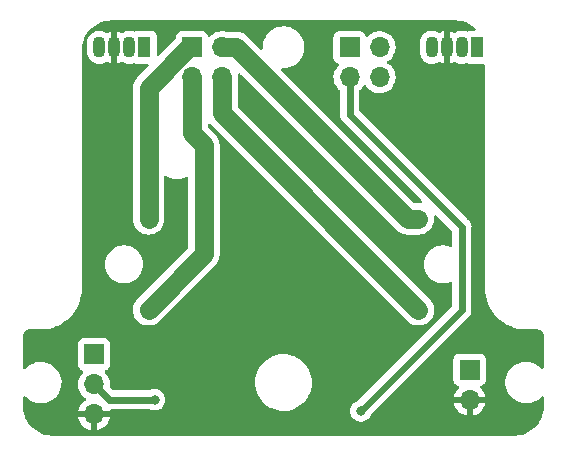
<source format=gbr>
%TF.GenerationSoftware,KiCad,Pcbnew,(6.0.9)*%
%TF.CreationDate,2023-01-27T21:07:44-09:00*%
%TF.ProjectId,GAUGE_Analog Instruments,47415547-455f-4416-9e61-6c6f6720496e,rev?*%
%TF.SameCoordinates,Original*%
%TF.FileFunction,Copper,L1,Top*%
%TF.FilePolarity,Positive*%
%FSLAX46Y46*%
G04 Gerber Fmt 4.6, Leading zero omitted, Abs format (unit mm)*
G04 Created by KiCad (PCBNEW (6.0.9)) date 2023-01-27 21:07:44*
%MOMM*%
%LPD*%
G01*
G04 APERTURE LIST*
%TA.AperFunction,ComponentPad*%
%ADD10R,1.070000X1.800000*%
%TD*%
%TA.AperFunction,ComponentPad*%
%ADD11O,1.070000X1.800000*%
%TD*%
%TA.AperFunction,ComponentPad*%
%ADD12O,1.700000X1.700000*%
%TD*%
%TA.AperFunction,ComponentPad*%
%ADD13R,1.700000X1.700000*%
%TD*%
%TA.AperFunction,ComponentPad*%
%ADD14C,1.524000*%
%TD*%
%TA.AperFunction,ViaPad*%
%ADD15C,0.800000*%
%TD*%
%TA.AperFunction,Conductor*%
%ADD16C,0.609600*%
%TD*%
%TA.AperFunction,Conductor*%
%ADD17C,1.625600*%
%TD*%
G04 APERTURE END LIST*
D10*
%TO.P,D2,1*%
%TO.N,Net-(D1-Pad4)*%
X196325515Y-78484574D03*
D11*
%TO.P,D2,2*%
%TO.N,+5V*%
X195055515Y-78484574D03*
%TO.P,D2,3*%
%TO.N,GND*%
X193785515Y-78484574D03*
%TO.P,D2,4*%
%TO.N,/LED_DOUT*%
X192515515Y-78484574D03*
%TD*%
D10*
%TO.P,D1,1*%
%TO.N,/LED_DIN*%
X168170016Y-78484574D03*
D11*
%TO.P,D1,2*%
%TO.N,+5V*%
X166900016Y-78484574D03*
%TO.P,D1,3*%
%TO.N,GND*%
X165630016Y-78484574D03*
%TO.P,D1,4*%
%TO.N,Net-(D1-Pad4)*%
X164360016Y-78484574D03*
%TD*%
D12*
%TO.P,J3,4*%
%TO.N,/COIL3*%
X174735515Y-81024574D03*
%TO.P,J3,3*%
%TO.N,/COIL2*%
X172195515Y-81024574D03*
%TO.P,J3,2*%
%TO.N,/COIL4*%
X174735515Y-78484574D03*
D13*
%TO.P,J3,1*%
%TO.N,/COIL1*%
X172195515Y-78484574D03*
%TD*%
D12*
%TO.P,J2,4*%
%TO.N,Net-(J2-Pad4)*%
X188070515Y-81024574D03*
%TO.P,J2,3*%
%TO.N,/ZERO_DETECT*%
X185530515Y-81024574D03*
%TO.P,J2,2*%
%TO.N,/LED_DOUT*%
X188070515Y-78484574D03*
D13*
%TO.P,J2,1*%
%TO.N,/LED_DIN*%
X185530515Y-78484574D03*
%TD*%
D12*
%TO.P,J1,2*%
%TO.N,GND*%
X195690515Y-108329574D03*
D13*
%TO.P,J1,1*%
%TO.N,+5V*%
X195690515Y-105789574D03*
%TD*%
D14*
%TO.P,M1,4*%
%TO.N,/COIL4*%
X191362766Y-93017952D03*
%TO.P,M1,3*%
%TO.N,/COIL3*%
X191362766Y-100717952D03*
%TO.P,M1,2*%
%TO.N,/COIL2*%
X168512766Y-100717952D03*
%TO.P,M1,1*%
%TO.N,/COIL1*%
X168512766Y-93017952D03*
%TD*%
D12*
%TO.P,J4,3*%
%TO.N,GND*%
X163897766Y-109567952D03*
%TO.P,J4,2*%
%TO.N,/ZERO_DETECT*%
X163897766Y-107027952D03*
D13*
%TO.P,J4,1*%
%TO.N,+5V*%
X163897766Y-104487952D03*
%TD*%
D15*
%TO.N,/ZERO_DETECT*%
X186492336Y-109272753D03*
X169020515Y-108329574D03*
%TD*%
D16*
%TO.N,/ZERO_DETECT*%
X185530515Y-81024574D02*
X185530515Y-84199574D01*
X195042567Y-93711626D02*
X195042567Y-100722522D01*
X185530515Y-84199574D02*
X195042567Y-93711626D01*
X186492336Y-109272753D02*
X186492336Y-109272753D01*
X195042567Y-100722522D02*
X186492336Y-109272753D01*
X186492336Y-109272753D02*
X186492336Y-109272753D01*
X163897766Y-107027952D02*
X165199388Y-108329574D01*
X165199388Y-108329574D02*
X169020515Y-108329574D01*
D17*
%TO.N,/COIL2*%
X173200567Y-96030151D02*
X168512766Y-100717952D01*
X173200567Y-86781807D02*
X173200567Y-96030151D01*
X172195515Y-85776755D02*
X173200567Y-86781807D01*
X172195515Y-81024574D02*
X172195515Y-85776755D01*
%TO.N,/COIL1*%
X168512766Y-81950377D02*
X168512766Y-93017952D01*
X171978569Y-78484574D02*
X168512766Y-81950377D01*
X172195515Y-78484574D02*
X171978569Y-78484574D01*
%TO.N,/COIL4*%
X190470974Y-93017952D02*
X191362766Y-93017952D01*
X175937596Y-78484574D02*
X190470974Y-93017952D01*
X174735515Y-78484574D02*
X175937596Y-78484574D01*
%TO.N,/COIL3*%
X174735515Y-84090701D02*
X191362766Y-100717952D01*
X174735515Y-81024574D02*
X174735515Y-84090701D01*
%TD*%
%TA.AperFunction,Conductor*%
%TO.N,GND*%
G36*
X194485533Y-76215452D02*
G01*
X194500365Y-76217762D01*
X194500368Y-76217762D01*
X194509236Y-76219143D01*
X194526435Y-76216894D01*
X194550376Y-76216061D01*
X194808222Y-76231659D01*
X194823326Y-76233493D01*
X195055043Y-76275957D01*
X195104276Y-76284979D01*
X195119042Y-76288619D01*
X195391746Y-76373597D01*
X195405964Y-76378989D01*
X195666436Y-76496218D01*
X195679889Y-76503279D01*
X195924339Y-76651054D01*
X195936852Y-76659691D01*
X196161690Y-76835839D01*
X196173079Y-76845929D01*
X196188129Y-76860979D01*
X196222155Y-76923291D01*
X196217090Y-76994106D01*
X196174543Y-77050942D01*
X196108023Y-77075753D01*
X196099034Y-77076074D01*
X195742381Y-77076074D01*
X195680199Y-77082829D01*
X195663634Y-77089039D01*
X195552212Y-77130809D01*
X195552211Y-77130810D01*
X195543810Y-77133959D01*
X195539048Y-77137528D01*
X195471177Y-77152373D01*
X195442765Y-77147049D01*
X195390295Y-77130807D01*
X195266355Y-77092441D01*
X195260233Y-77091798D01*
X195260230Y-77091797D01*
X195068964Y-77071695D01*
X195068962Y-77071695D01*
X195062835Y-77071051D01*
X195003587Y-77076443D01*
X194865176Y-77089039D01*
X194865173Y-77089040D01*
X194859037Y-77089598D01*
X194853131Y-77091336D01*
X194853127Y-77091337D01*
X194784701Y-77111476D01*
X194662722Y-77147376D01*
X194657264Y-77150229D01*
X194657260Y-77150231D01*
X194481368Y-77242186D01*
X194480635Y-77240785D01*
X194420073Y-77259117D01*
X194359095Y-77243956D01*
X194197075Y-77156351D01*
X194185760Y-77151595D01*
X194056823Y-77111682D01*
X194042720Y-77111476D01*
X194039515Y-77118231D01*
X194039515Y-77851686D01*
X194033616Y-77889787D01*
X194031741Y-77895696D01*
X194031740Y-77895703D01*
X194029879Y-77901568D01*
X194012015Y-78060830D01*
X194012015Y-78901069D01*
X194026935Y-79053238D01*
X194028717Y-79059140D01*
X194034137Y-79077092D01*
X194039515Y-79113510D01*
X194039515Y-79843985D01*
X194043488Y-79857516D01*
X194051283Y-79858636D01*
X194172201Y-79823048D01*
X194183585Y-79818449D01*
X194359387Y-79726542D01*
X194360231Y-79728157D01*
X194419975Y-79710071D01*
X194480954Y-79725231D01*
X194649186Y-79816193D01*
X194844675Y-79876707D01*
X194850797Y-79877350D01*
X194850800Y-79877351D01*
X195042066Y-79897453D01*
X195042068Y-79897453D01*
X195048195Y-79898097D01*
X195146265Y-79889172D01*
X195245854Y-79880109D01*
X195245857Y-79880108D01*
X195251993Y-79879550D01*
X195257899Y-79877812D01*
X195257903Y-79877811D01*
X195416128Y-79831243D01*
X195446015Y-79822447D01*
X195517011Y-79822402D01*
X195538799Y-79831434D01*
X195543810Y-79835189D01*
X195552211Y-79838338D01*
X195552214Y-79838340D01*
X195622266Y-79864601D01*
X195680199Y-79886319D01*
X195742381Y-79893074D01*
X196881015Y-79893074D01*
X196949136Y-79913076D01*
X196995629Y-79966732D01*
X197007015Y-80019074D01*
X197007015Y-98814700D01*
X197005268Y-98835607D01*
X197001939Y-98855392D01*
X197001786Y-98867944D01*
X197002476Y-98872761D01*
X197002476Y-98872765D01*
X197002524Y-98873099D01*
X197003643Y-98884771D01*
X197019574Y-99209161D01*
X197019726Y-99212252D01*
X197020179Y-99215307D01*
X197020180Y-99215316D01*
X197057099Y-99464224D01*
X197070303Y-99553244D01*
X197071056Y-99556252D01*
X197071057Y-99556255D01*
X197153307Y-99884632D01*
X197154060Y-99887638D01*
X197270190Y-100212211D01*
X197271512Y-100215006D01*
X197271514Y-100215011D01*
X197415820Y-100520127D01*
X197417575Y-100523838D01*
X197594795Y-100819518D01*
X197596641Y-100822007D01*
X197783580Y-101074069D01*
X197800144Y-101096404D01*
X198031644Y-101351828D01*
X198287066Y-101583331D01*
X198289545Y-101585170D01*
X198289548Y-101585172D01*
X198303753Y-101595707D01*
X198563949Y-101788684D01*
X198859628Y-101965907D01*
X198862407Y-101967221D01*
X198862410Y-101967223D01*
X199168462Y-102111976D01*
X199168471Y-102111980D01*
X199171254Y-102113296D01*
X199333540Y-102171363D01*
X199492918Y-102228389D01*
X199492927Y-102228392D01*
X199495826Y-102229429D01*
X199498816Y-102230178D01*
X199498826Y-102230181D01*
X199799943Y-102305606D01*
X199830218Y-102313189D01*
X200171210Y-102363770D01*
X200174294Y-102363921D01*
X200174299Y-102363922D01*
X200483283Y-102379100D01*
X200497998Y-102380693D01*
X200498159Y-102380720D01*
X200498166Y-102380721D01*
X200502966Y-102381528D01*
X200509432Y-102381607D01*
X200510658Y-102381622D01*
X200510661Y-102381622D01*
X200515518Y-102381681D01*
X200543148Y-102377724D01*
X200561010Y-102376451D01*
X201441901Y-102376451D01*
X201461279Y-102377950D01*
X201471007Y-102379464D01*
X201485000Y-102381642D01*
X201494021Y-102380462D01*
X201524464Y-102380189D01*
X201586551Y-102387181D01*
X201614047Y-102393455D01*
X201691160Y-102420433D01*
X201716571Y-102432670D01*
X201731203Y-102441862D01*
X201785737Y-102476124D01*
X201807794Y-102493712D01*
X201865556Y-102551468D01*
X201883144Y-102573521D01*
X201926606Y-102642682D01*
X201938850Y-102668104D01*
X201965830Y-102745199D01*
X201972109Y-102772703D01*
X201978324Y-102827831D01*
X201977981Y-102843843D01*
X201979050Y-102843856D01*
X201978941Y-102852825D01*
X201977559Y-102861700D01*
X201980362Y-102883125D01*
X201981686Y-102893247D01*
X201982750Y-102909591D01*
X201982750Y-105567659D01*
X201962748Y-105635780D01*
X201909092Y-105682273D01*
X201838818Y-105692377D01*
X201774238Y-105662883D01*
X201762747Y-105651561D01*
X201716232Y-105599445D01*
X201515280Y-105432314D01*
X201439099Y-105386086D01*
X201295828Y-105299147D01*
X201295824Y-105299145D01*
X201291831Y-105296722D01*
X201050795Y-105195648D01*
X200797467Y-105131310D01*
X200792816Y-105130842D01*
X200792812Y-105130841D01*
X200583521Y-105109767D01*
X200580383Y-105109451D01*
X200424896Y-105109451D01*
X200422571Y-105109624D01*
X200422565Y-105109624D01*
X200235250Y-105123544D01*
X200235246Y-105123545D01*
X200230598Y-105123890D01*
X200226050Y-105124919D01*
X200226044Y-105124920D01*
X200039649Y-105167098D01*
X199975673Y-105181574D01*
X199971321Y-105183266D01*
X199971319Y-105183267D01*
X199736426Y-105274611D01*
X199736423Y-105274612D01*
X199732073Y-105276304D01*
X199505152Y-105406000D01*
X199299893Y-105567813D01*
X199120807Y-105758188D01*
X198971826Y-105972942D01*
X198969760Y-105977132D01*
X198969758Y-105977135D01*
X198874604Y-106170090D01*
X198856225Y-106207358D01*
X198854803Y-106211801D01*
X198854802Y-106211803D01*
X198808027Y-106357928D01*
X198776543Y-106456286D01*
X198734529Y-106714258D01*
X198731108Y-106975606D01*
X198766354Y-107234589D01*
X198767662Y-107239075D01*
X198767662Y-107239077D01*
X198787348Y-107306615D01*
X198839493Y-107485518D01*
X198948918Y-107722879D01*
X198951481Y-107726788D01*
X199089660Y-107937547D01*
X199089664Y-107937552D01*
X199092226Y-107941460D01*
X199266268Y-108136457D01*
X199467220Y-108303588D01*
X199471223Y-108306017D01*
X199686672Y-108436755D01*
X199686676Y-108436757D01*
X199690669Y-108439180D01*
X199931705Y-108540254D01*
X200185033Y-108604592D01*
X200189684Y-108605060D01*
X200189688Y-108605061D01*
X200362720Y-108622484D01*
X200402117Y-108626451D01*
X200557604Y-108626451D01*
X200559929Y-108626278D01*
X200559935Y-108626278D01*
X200747250Y-108612358D01*
X200747254Y-108612357D01*
X200751902Y-108612012D01*
X200756450Y-108610983D01*
X200756456Y-108610982D01*
X200942851Y-108568804D01*
X201006827Y-108554328D01*
X201011181Y-108552635D01*
X201246074Y-108461291D01*
X201246077Y-108461290D01*
X201250427Y-108459598D01*
X201477348Y-108329902D01*
X201682607Y-108168089D01*
X201764975Y-108080529D01*
X201826219Y-108044617D01*
X201897157Y-108047517D01*
X201955265Y-108088308D01*
X201982096Y-108154039D01*
X201982750Y-108166862D01*
X201982750Y-108818583D01*
X201981249Y-108837970D01*
X201977559Y-108861666D01*
X201978723Y-108870569D01*
X201978723Y-108870571D01*
X201979807Y-108878863D01*
X201980640Y-108902806D01*
X201965039Y-109160650D01*
X201963205Y-109175753D01*
X201911716Y-109456703D01*
X201908074Y-109471477D01*
X201823100Y-109744158D01*
X201817705Y-109758384D01*
X201700477Y-110018848D01*
X201693406Y-110032320D01*
X201545644Y-110276746D01*
X201537002Y-110289266D01*
X201360850Y-110514107D01*
X201350760Y-110525496D01*
X201148794Y-110727461D01*
X201137406Y-110737550D01*
X200912566Y-110913701D01*
X200900045Y-110922344D01*
X200655613Y-111070111D01*
X200642147Y-111077178D01*
X200381682Y-111194406D01*
X200367457Y-111199801D01*
X200094770Y-111284776D01*
X200080010Y-111288415D01*
X199957135Y-111310934D01*
X199799053Y-111339906D01*
X199783948Y-111341740D01*
X199533330Y-111356903D01*
X199506543Y-111355643D01*
X199506389Y-111355641D01*
X199497517Y-111354260D01*
X199465960Y-111358387D01*
X199449621Y-111359451D01*
X160433650Y-111359451D01*
X160414264Y-111357951D01*
X160399432Y-111355641D01*
X160399429Y-111355641D01*
X160390560Y-111354260D01*
X160381659Y-111355424D01*
X160381653Y-111355424D01*
X160373367Y-111356508D01*
X160349421Y-111357342D01*
X160091573Y-111341743D01*
X160076470Y-111339909D01*
X159843227Y-111297165D01*
X159795522Y-111288423D01*
X159780755Y-111284783D01*
X159508051Y-111199805D01*
X159493833Y-111194413D01*
X159233361Y-111077184D01*
X159219908Y-111070123D01*
X158975458Y-110922348D01*
X158962945Y-110913711D01*
X158943604Y-110898558D01*
X158738107Y-110737563D01*
X158726718Y-110727474D01*
X158524743Y-110525501D01*
X158514654Y-110514112D01*
X158338508Y-110289282D01*
X158329864Y-110276760D01*
X158182097Y-110032326D01*
X158175026Y-110018854D01*
X158092691Y-109835918D01*
X162566023Y-109835918D01*
X162596331Y-109970398D01*
X162599411Y-109980227D01*
X162679536Y-110177555D01*
X162684179Y-110186746D01*
X162795460Y-110368340D01*
X162801543Y-110376651D01*
X162940979Y-110537619D01*
X162948346Y-110544835D01*
X163112200Y-110680868D01*
X163120647Y-110686783D01*
X163304522Y-110794231D01*
X163313808Y-110798681D01*
X163512767Y-110874655D01*
X163522665Y-110877531D01*
X163626016Y-110898558D01*
X163640065Y-110897362D01*
X163643766Y-110887017D01*
X163643766Y-110886469D01*
X164151766Y-110886469D01*
X164155830Y-110900311D01*
X164169244Y-110902345D01*
X164175950Y-110901486D01*
X164186028Y-110899344D01*
X164390021Y-110838143D01*
X164399608Y-110834385D01*
X164590861Y-110740691D01*
X164599711Y-110735416D01*
X164773094Y-110611744D01*
X164780966Y-110605091D01*
X164931818Y-110454764D01*
X164938496Y-110446917D01*
X165062769Y-110273972D01*
X165068079Y-110265135D01*
X165162436Y-110074219D01*
X165166235Y-110064624D01*
X165228143Y-109860862D01*
X165230321Y-109850789D01*
X165231752Y-109839914D01*
X165229541Y-109825730D01*
X165216383Y-109821952D01*
X164169881Y-109821952D01*
X164154642Y-109826427D01*
X164153437Y-109827817D01*
X164151766Y-109835500D01*
X164151766Y-110886469D01*
X163643766Y-110886469D01*
X163643766Y-109840067D01*
X163639291Y-109824828D01*
X163637901Y-109823623D01*
X163630218Y-109821952D01*
X162580991Y-109821952D01*
X162567460Y-109825925D01*
X162566023Y-109835918D01*
X158092691Y-109835918D01*
X158057797Y-109758390D01*
X158052402Y-109744164D01*
X157967426Y-109471481D01*
X157963784Y-109456708D01*
X157912294Y-109175756D01*
X157910460Y-109160652D01*
X157895305Y-108910186D01*
X157896575Y-108883195D01*
X157896590Y-108883096D01*
X157896590Y-108883094D01*
X157897972Y-108874218D01*
X157893845Y-108842661D01*
X157892781Y-108826322D01*
X157892781Y-108168243D01*
X157912783Y-108100122D01*
X157966439Y-108053629D01*
X158036713Y-108043525D01*
X158101293Y-108073019D01*
X158112780Y-108084337D01*
X158159299Y-108136457D01*
X158360251Y-108303588D01*
X158364254Y-108306017D01*
X158579703Y-108436755D01*
X158579707Y-108436757D01*
X158583700Y-108439180D01*
X158824736Y-108540254D01*
X159078064Y-108604592D01*
X159082715Y-108605060D01*
X159082719Y-108605061D01*
X159255751Y-108622484D01*
X159295148Y-108626451D01*
X159450635Y-108626451D01*
X159452960Y-108626278D01*
X159452966Y-108626278D01*
X159640281Y-108612358D01*
X159640285Y-108612357D01*
X159644933Y-108612012D01*
X159649481Y-108610983D01*
X159649487Y-108610982D01*
X159835882Y-108568804D01*
X159899858Y-108554328D01*
X159904212Y-108552635D01*
X160139105Y-108461291D01*
X160139108Y-108461290D01*
X160143458Y-108459598D01*
X160370379Y-108329902D01*
X160575638Y-108168089D01*
X160754724Y-107977714D01*
X160903705Y-107762960D01*
X160925565Y-107718633D01*
X161017241Y-107532732D01*
X161017242Y-107532729D01*
X161019306Y-107528544D01*
X161026721Y-107505381D01*
X161097561Y-107284074D01*
X161098988Y-107279616D01*
X161141002Y-107021644D01*
X161141355Y-106994647D01*
X162535017Y-106994647D01*
X162535314Y-106999800D01*
X162535314Y-106999803D01*
X162540777Y-107094542D01*
X162547876Y-107217667D01*
X162549013Y-107222713D01*
X162549014Y-107222719D01*
X162569327Y-107312852D01*
X162596988Y-107435591D01*
X162681032Y-107642568D01*
X162797753Y-107833040D01*
X162944016Y-108001890D01*
X163115892Y-108144584D01*
X163156116Y-108168089D01*
X163189721Y-108187726D01*
X163238445Y-108239364D01*
X163251516Y-108309147D01*
X163224785Y-108374919D01*
X163184328Y-108408279D01*
X163176223Y-108412498D01*
X163167504Y-108417988D01*
X162997199Y-108545857D01*
X162989492Y-108552700D01*
X162842356Y-108706669D01*
X162835870Y-108714679D01*
X162715864Y-108890601D01*
X162710766Y-108899575D01*
X162621104Y-109092735D01*
X162617541Y-109102422D01*
X162562155Y-109302135D01*
X162563678Y-109310559D01*
X162576058Y-109313952D01*
X165216110Y-109313952D01*
X165229641Y-109309979D01*
X165230946Y-109300899D01*
X165230613Y-109299573D01*
X165233415Y-109228632D01*
X165274126Y-109170467D01*
X165339820Y-109143546D01*
X165352816Y-109142874D01*
X168586802Y-109142874D01*
X168638051Y-109153767D01*
X168687433Y-109175753D01*
X168738227Y-109198368D01*
X168822995Y-109216386D01*
X168918571Y-109236702D01*
X168918576Y-109236702D01*
X168925028Y-109238074D01*
X169116002Y-109238074D01*
X169122454Y-109236702D01*
X169122459Y-109236702D01*
X169218035Y-109216386D01*
X169302803Y-109198368D01*
X169353591Y-109175756D01*
X169471237Y-109123377D01*
X169471239Y-109123376D01*
X169477267Y-109120692D01*
X169495773Y-109107247D01*
X169538027Y-109076547D01*
X169631768Y-109008440D01*
X169647539Y-108990925D01*
X169755136Y-108871426D01*
X169755137Y-108871425D01*
X169759555Y-108866518D01*
X169837854Y-108730901D01*
X169851738Y-108706853D01*
X169851739Y-108706852D01*
X169855042Y-108701130D01*
X169914057Y-108519502D01*
X169918320Y-108478948D01*
X169933329Y-108336139D01*
X169934019Y-108329574D01*
X169922247Y-108217571D01*
X169914747Y-108146209D01*
X169914747Y-108146207D01*
X169914057Y-108139646D01*
X169855042Y-107958018D01*
X169759555Y-107792630D01*
X169736300Y-107766802D01*
X169636190Y-107655619D01*
X169636189Y-107655618D01*
X169631768Y-107650708D01*
X169530786Y-107577340D01*
X169482609Y-107542337D01*
X169482608Y-107542336D01*
X169477267Y-107538456D01*
X169471239Y-107535772D01*
X169471237Y-107535771D01*
X169308834Y-107463465D01*
X169308833Y-107463465D01*
X169302803Y-107460780D01*
X169184299Y-107435591D01*
X169122459Y-107422446D01*
X169122454Y-107422446D01*
X169116002Y-107421074D01*
X168925028Y-107421074D01*
X168918576Y-107422446D01*
X168918571Y-107422446D01*
X168856731Y-107435591D01*
X168738227Y-107460780D01*
X168732197Y-107463465D01*
X168732196Y-107463465D01*
X168638051Y-107505381D01*
X168586802Y-107516274D01*
X165588458Y-107516274D01*
X165520337Y-107496272D01*
X165499363Y-107479369D01*
X165286392Y-107266398D01*
X165252366Y-107204086D01*
X165250565Y-107160857D01*
X165258858Y-107097863D01*
X165258858Y-107097859D01*
X165259295Y-107094542D01*
X165259377Y-107091192D01*
X165260840Y-107031317D01*
X165260840Y-107031313D01*
X165260922Y-107027952D01*
X165242618Y-106805313D01*
X165232966Y-106766887D01*
X177526424Y-106766887D01*
X177526511Y-106770888D01*
X177526511Y-106770895D01*
X177530834Y-106969017D01*
X177533127Y-107074102D01*
X177578813Y-107377976D01*
X177579908Y-107381834D01*
X177579909Y-107381837D01*
X177620299Y-107524099D01*
X177662739Y-107673581D01*
X177783547Y-107956126D01*
X177939276Y-108221031D01*
X178127404Y-108464001D01*
X178344879Y-108681097D01*
X178348060Y-108683551D01*
X178348061Y-108683552D01*
X178577808Y-108860800D01*
X178588177Y-108868800D01*
X178591656Y-108870837D01*
X178833296Y-109012323D01*
X178853353Y-109024067D01*
X178857038Y-109025635D01*
X178857042Y-109025637D01*
X178944066Y-109062666D01*
X179136109Y-109144381D01*
X179431860Y-109227792D01*
X179653326Y-109260693D01*
X179732514Y-109272457D01*
X179732516Y-109272457D01*
X179735813Y-109272947D01*
X179739144Y-109273087D01*
X179739148Y-109273087D01*
X179776101Y-109274635D01*
X179819443Y-109276452D01*
X180015506Y-109276452D01*
X180139410Y-109268548D01*
X180240423Y-109262105D01*
X180240428Y-109262104D01*
X180244431Y-109261849D01*
X180248368Y-109261087D01*
X180248370Y-109261087D01*
X180303961Y-109250331D01*
X180546125Y-109203478D01*
X180549940Y-109202220D01*
X180549944Y-109202219D01*
X180834134Y-109108508D01*
X180834139Y-109108506D01*
X180837957Y-109107247D01*
X181115195Y-108974714D01*
X181118560Y-108972541D01*
X181118564Y-108972539D01*
X181369980Y-108810202D01*
X181369986Y-108810197D01*
X181373346Y-108808028D01*
X181608225Y-108609891D01*
X181697221Y-108512939D01*
X181813309Y-108386473D01*
X181813311Y-108386471D01*
X181816024Y-108383515D01*
X181993374Y-108132571D01*
X182137400Y-107861125D01*
X182146514Y-107836942D01*
X182244351Y-107577340D01*
X182244353Y-107577334D01*
X182245768Y-107573579D01*
X182264575Y-107494331D01*
X182315792Y-107278510D01*
X182315793Y-107278505D01*
X182316721Y-107274594D01*
X182349108Y-106969017D01*
X182347120Y-106877871D01*
X182342493Y-106665818D01*
X182342492Y-106665812D01*
X182342405Y-106661802D01*
X182296719Y-106357928D01*
X182294569Y-106350353D01*
X182213887Y-106066176D01*
X182213887Y-106066175D01*
X182212793Y-106062323D01*
X182091985Y-105779778D01*
X181936256Y-105514873D01*
X181748128Y-105271903D01*
X181530653Y-105054807D01*
X181287355Y-104867104D01*
X181106468Y-104761190D01*
X181025643Y-104713865D01*
X181025640Y-104713863D01*
X181022179Y-104711837D01*
X181018494Y-104710269D01*
X181018490Y-104710267D01*
X180823730Y-104627396D01*
X180739423Y-104591523D01*
X180443672Y-104508112D01*
X180212700Y-104473799D01*
X180143018Y-104463447D01*
X180143016Y-104463447D01*
X180139719Y-104462957D01*
X180136388Y-104462817D01*
X180136384Y-104462817D01*
X180099431Y-104461269D01*
X180056089Y-104459452D01*
X179860026Y-104459452D01*
X179736122Y-104467356D01*
X179635109Y-104473799D01*
X179635104Y-104473800D01*
X179631101Y-104474055D01*
X179627164Y-104474817D01*
X179627162Y-104474817D01*
X179571571Y-104485573D01*
X179329407Y-104532426D01*
X179325592Y-104533684D01*
X179325588Y-104533685D01*
X179041398Y-104627396D01*
X179041393Y-104627398D01*
X179037575Y-104628657D01*
X178760337Y-104761190D01*
X178756972Y-104763363D01*
X178756968Y-104763365D01*
X178505552Y-104925702D01*
X178505546Y-104925707D01*
X178502186Y-104927876D01*
X178267307Y-105126013D01*
X178059508Y-105352389D01*
X177882158Y-105603333D01*
X177738132Y-105874779D01*
X177736717Y-105878535D01*
X177736716Y-105878536D01*
X177679256Y-106031003D01*
X177629764Y-106162325D01*
X177628835Y-106166240D01*
X177585143Y-106350353D01*
X177558811Y-106461310D01*
X177526424Y-106766887D01*
X165232966Y-106766887D01*
X165188197Y-106588654D01*
X165099120Y-106383792D01*
X165015725Y-106254883D01*
X164980588Y-106200569D01*
X164980586Y-106200566D01*
X164977780Y-106196229D01*
X164974298Y-106192402D01*
X164830564Y-106034440D01*
X164799512Y-105970594D01*
X164807907Y-105900095D01*
X164853083Y-105845327D01*
X164879527Y-105831658D01*
X164986063Y-105791719D01*
X164994471Y-105788567D01*
X165111027Y-105701213D01*
X165198381Y-105584657D01*
X165249511Y-105448268D01*
X165256266Y-105386086D01*
X165256266Y-103589818D01*
X165249511Y-103527636D01*
X165198381Y-103391247D01*
X165111027Y-103274691D01*
X164994471Y-103187337D01*
X164858082Y-103136207D01*
X164795900Y-103129452D01*
X162999632Y-103129452D01*
X162937450Y-103136207D01*
X162801061Y-103187337D01*
X162684505Y-103274691D01*
X162597151Y-103391247D01*
X162546021Y-103527636D01*
X162539266Y-103589818D01*
X162539266Y-105386086D01*
X162546021Y-105448268D01*
X162597151Y-105584657D01*
X162684505Y-105701213D01*
X162801061Y-105788567D01*
X162809470Y-105791719D01*
X162809471Y-105791720D01*
X162918217Y-105832487D01*
X162974982Y-105875128D01*
X162999682Y-105941690D01*
X162984475Y-106011039D01*
X162965082Y-106037520D01*
X162849410Y-106158564D01*
X162838395Y-106170090D01*
X162712509Y-106354632D01*
X162696769Y-106388542D01*
X162642273Y-106505944D01*
X162618454Y-106557257D01*
X162558755Y-106772522D01*
X162535017Y-106994647D01*
X161141355Y-106994647D01*
X161143834Y-106805313D01*
X161144362Y-106764973D01*
X161144362Y-106764970D01*
X161144423Y-106760296D01*
X161109177Y-106501313D01*
X161094754Y-106451828D01*
X161037349Y-106254883D01*
X161036038Y-106250384D01*
X160926613Y-106013023D01*
X160852574Y-105900095D01*
X160785871Y-105798355D01*
X160785867Y-105798350D01*
X160783305Y-105794442D01*
X160609263Y-105599445D01*
X160408311Y-105432314D01*
X160332130Y-105386086D01*
X160188859Y-105299147D01*
X160188855Y-105299145D01*
X160184862Y-105296722D01*
X159943826Y-105195648D01*
X159690498Y-105131310D01*
X159685847Y-105130842D01*
X159685843Y-105130841D01*
X159476552Y-105109767D01*
X159473414Y-105109451D01*
X159317927Y-105109451D01*
X159315602Y-105109624D01*
X159315596Y-105109624D01*
X159128281Y-105123544D01*
X159128277Y-105123545D01*
X159123629Y-105123890D01*
X159119081Y-105124919D01*
X159119075Y-105124920D01*
X158932680Y-105167098D01*
X158868704Y-105181574D01*
X158864352Y-105183266D01*
X158864350Y-105183267D01*
X158629457Y-105274611D01*
X158629454Y-105274612D01*
X158625104Y-105276304D01*
X158398183Y-105406000D01*
X158192924Y-105567813D01*
X158144440Y-105619354D01*
X158110556Y-105655373D01*
X158049312Y-105691285D01*
X157978374Y-105688385D01*
X157920266Y-105647594D01*
X157893435Y-105581863D01*
X157892781Y-105569040D01*
X157892781Y-102917334D01*
X157894282Y-102897943D01*
X157896590Y-102883125D01*
X157897972Y-102874252D01*
X157896793Y-102865231D01*
X157896522Y-102834789D01*
X157903519Y-102772714D01*
X157909798Y-102745209D01*
X157936774Y-102668124D01*
X157949016Y-102642705D01*
X157992467Y-102573556D01*
X158010059Y-102551497D01*
X158010092Y-102551464D01*
X158067811Y-102493748D01*
X158089868Y-102476159D01*
X158159019Y-102432710D01*
X158184435Y-102420470D01*
X158261520Y-102393495D01*
X158289028Y-102387215D01*
X158308775Y-102384990D01*
X158344748Y-102380937D01*
X158360393Y-102380154D01*
X158369145Y-102380261D01*
X158378015Y-102381642D01*
X158386915Y-102380478D01*
X158386919Y-102380478D01*
X158409571Y-102377515D01*
X158425911Y-102376451D01*
X159306769Y-102376451D01*
X159327674Y-102378197D01*
X159347467Y-102381527D01*
X159353820Y-102381604D01*
X159355161Y-102381621D01*
X159355164Y-102381621D01*
X159360019Y-102381680D01*
X159364825Y-102380992D01*
X159365908Y-102380921D01*
X159375809Y-102379970D01*
X159563244Y-102370761D01*
X159701243Y-102363981D01*
X159701250Y-102363980D01*
X159704330Y-102363829D01*
X159707377Y-102363377D01*
X159707387Y-102363376D01*
X160042274Y-102313698D01*
X160042279Y-102313697D01*
X160045326Y-102313245D01*
X160073751Y-102306125D01*
X160376720Y-102230233D01*
X160376725Y-102230231D01*
X160379721Y-102229481D01*
X160382630Y-102228440D01*
X160382637Y-102228438D01*
X160528302Y-102176317D01*
X160704296Y-102113343D01*
X160808530Y-102064043D01*
X161013134Y-101967271D01*
X161013141Y-101967268D01*
X161015924Y-101965951D01*
X161311604Y-101788723D01*
X161588490Y-101583367D01*
X161843913Y-101351860D01*
X161910411Y-101278490D01*
X162019023Y-101158652D01*
X162075415Y-101096432D01*
X162077251Y-101093956D01*
X162077257Y-101093949D01*
X162278925Y-100822023D01*
X162280765Y-100819542D01*
X162457986Y-100523858D01*
X162605372Y-100212226D01*
X162721503Y-99887649D01*
X162737335Y-99824443D01*
X162804507Y-99556258D01*
X162804508Y-99556255D01*
X162805260Y-99553252D01*
X162805717Y-99550171D01*
X162855384Y-99215307D01*
X162855385Y-99215297D01*
X162855836Y-99212256D01*
X162871163Y-98900174D01*
X162872757Y-98885451D01*
X162873591Y-98880496D01*
X162873744Y-98867944D01*
X162872848Y-98861684D01*
X162869789Y-98840330D01*
X162868516Y-98822466D01*
X162868516Y-96867952D01*
X164824292Y-96867952D01*
X164844157Y-97120355D01*
X164903261Y-97366543D01*
X165000150Y-97600454D01*
X165132438Y-97816328D01*
X165296868Y-98008850D01*
X165489390Y-98173280D01*
X165705264Y-98305568D01*
X165709834Y-98307461D01*
X165709838Y-98307463D01*
X165820482Y-98353293D01*
X165939175Y-98402457D01*
X166023798Y-98422773D01*
X166180550Y-98460406D01*
X166180556Y-98460407D01*
X166185363Y-98461561D01*
X166285182Y-98469417D01*
X166372111Y-98476259D01*
X166372118Y-98476259D01*
X166374567Y-98476452D01*
X166500965Y-98476452D01*
X166503414Y-98476259D01*
X166503421Y-98476259D01*
X166590350Y-98469417D01*
X166690169Y-98461561D01*
X166694976Y-98460407D01*
X166694982Y-98460406D01*
X166851734Y-98422773D01*
X166936357Y-98402457D01*
X167055050Y-98353293D01*
X167165694Y-98307463D01*
X167165698Y-98307461D01*
X167170268Y-98305568D01*
X167386142Y-98173280D01*
X167578664Y-98008850D01*
X167743094Y-97816328D01*
X167875382Y-97600454D01*
X167972271Y-97366543D01*
X168031375Y-97120355D01*
X168051240Y-96867952D01*
X168031375Y-96615549D01*
X168026551Y-96595452D01*
X167973426Y-96374173D01*
X167972271Y-96369361D01*
X167948132Y-96311084D01*
X167877277Y-96140024D01*
X167877275Y-96140020D01*
X167875382Y-96135450D01*
X167743094Y-95919576D01*
X167578664Y-95727054D01*
X167386142Y-95562624D01*
X167170268Y-95430336D01*
X167165698Y-95428443D01*
X167165694Y-95428441D01*
X166940930Y-95335341D01*
X166940928Y-95335340D01*
X166936357Y-95333447D01*
X166851734Y-95313131D01*
X166694982Y-95275498D01*
X166694976Y-95275497D01*
X166690169Y-95274343D01*
X166586730Y-95266202D01*
X166503421Y-95259645D01*
X166503414Y-95259645D01*
X166500965Y-95259452D01*
X166374567Y-95259452D01*
X166372118Y-95259645D01*
X166372111Y-95259645D01*
X166288802Y-95266202D01*
X166185363Y-95274343D01*
X166180556Y-95275497D01*
X166180550Y-95275498D01*
X166023798Y-95313131D01*
X165939175Y-95333447D01*
X165934604Y-95335340D01*
X165934602Y-95335341D01*
X165709838Y-95428441D01*
X165709834Y-95428443D01*
X165705264Y-95430336D01*
X165489390Y-95562624D01*
X165296868Y-95727054D01*
X165132438Y-95919576D01*
X165000150Y-96135450D01*
X164998257Y-96140020D01*
X164998255Y-96140024D01*
X164927400Y-96311084D01*
X164903261Y-96369361D01*
X164902106Y-96374173D01*
X164848982Y-96595452D01*
X164844157Y-96615549D01*
X164824292Y-96867952D01*
X162868516Y-96867952D01*
X162868516Y-78901069D01*
X163316516Y-78901069D01*
X163331436Y-79053238D01*
X163390584Y-79249145D01*
X163438620Y-79339488D01*
X163461601Y-79382708D01*
X163486657Y-79429832D01*
X163490547Y-79434602D01*
X163490550Y-79434606D01*
X163612101Y-79583642D01*
X163612104Y-79583645D01*
X163615996Y-79588417D01*
X163620744Y-79592344D01*
X163620745Y-79592346D01*
X163627460Y-79597901D01*
X163773675Y-79718861D01*
X163953687Y-79816193D01*
X164149176Y-79876707D01*
X164155298Y-79877350D01*
X164155301Y-79877351D01*
X164346567Y-79897453D01*
X164346569Y-79897453D01*
X164352696Y-79898097D01*
X164450766Y-79889172D01*
X164550355Y-79880109D01*
X164550358Y-79880108D01*
X164556494Y-79879550D01*
X164562400Y-79877812D01*
X164562404Y-79877811D01*
X164715335Y-79832801D01*
X164752809Y-79821772D01*
X164758267Y-79818919D01*
X164758271Y-79818917D01*
X164934163Y-79726962D01*
X164934896Y-79728363D01*
X164995458Y-79710031D01*
X165056436Y-79725192D01*
X165218456Y-79812797D01*
X165229771Y-79817553D01*
X165358708Y-79857466D01*
X165372811Y-79857672D01*
X165376016Y-79850917D01*
X165376016Y-79117462D01*
X165381915Y-79079361D01*
X165383790Y-79073452D01*
X165383791Y-79073445D01*
X165385652Y-79067580D01*
X165403516Y-78908318D01*
X165403516Y-78901069D01*
X165856516Y-78901069D01*
X165871436Y-79053238D01*
X165873218Y-79059140D01*
X165878638Y-79077092D01*
X165884016Y-79113510D01*
X165884016Y-79843985D01*
X165887989Y-79857516D01*
X165895784Y-79858636D01*
X166016702Y-79823048D01*
X166028086Y-79818449D01*
X166203888Y-79726542D01*
X166204732Y-79728157D01*
X166264476Y-79710071D01*
X166325455Y-79725231D01*
X166493687Y-79816193D01*
X166689176Y-79876707D01*
X166695298Y-79877350D01*
X166695301Y-79877351D01*
X166886567Y-79897453D01*
X166886569Y-79897453D01*
X166892696Y-79898097D01*
X166990766Y-79889172D01*
X167090355Y-79880109D01*
X167090358Y-79880108D01*
X167096494Y-79879550D01*
X167102400Y-79877812D01*
X167102404Y-79877811D01*
X167260629Y-79831243D01*
X167290516Y-79822447D01*
X167361512Y-79822402D01*
X167383300Y-79831434D01*
X167388311Y-79835189D01*
X167396712Y-79838338D01*
X167396715Y-79838340D01*
X167466767Y-79864601D01*
X167524700Y-79886319D01*
X167586882Y-79893074D01*
X168397278Y-79893074D01*
X168465399Y-79913076D01*
X168511892Y-79966732D01*
X168521996Y-80037006D01*
X168492502Y-80101586D01*
X168486373Y-80108169D01*
X167537674Y-81056868D01*
X167537669Y-81056874D01*
X167496725Y-81097818D01*
X167493568Y-81102327D01*
X167493566Y-81102329D01*
X167466662Y-81140752D01*
X167459972Y-81149470D01*
X167426286Y-81189616D01*
X167400075Y-81235014D01*
X167394181Y-81244266D01*
X167364116Y-81287204D01*
X167361791Y-81292189D01*
X167361788Y-81292195D01*
X167341965Y-81334707D01*
X167336892Y-81344451D01*
X167310688Y-81389839D01*
X167308811Y-81394997D01*
X167308807Y-81395005D01*
X167292762Y-81439091D01*
X167288556Y-81449244D01*
X167266408Y-81496740D01*
X167264985Y-81502052D01*
X167252842Y-81547370D01*
X167249540Y-81557843D01*
X167231614Y-81607093D01*
X167230659Y-81612506D01*
X167230659Y-81612508D01*
X167222514Y-81658699D01*
X167220135Y-81669429D01*
X167215639Y-81686210D01*
X167206569Y-81720059D01*
X167203711Y-81752730D01*
X167202002Y-81772268D01*
X167200566Y-81783170D01*
X167192422Y-81829351D01*
X167192421Y-81829362D01*
X167191466Y-81834778D01*
X167191466Y-93075640D01*
X167206569Y-93248270D01*
X167266408Y-93471589D01*
X167293786Y-93530301D01*
X167343058Y-93635965D01*
X167364116Y-93681125D01*
X167496725Y-93870511D01*
X167660207Y-94033993D01*
X167664715Y-94037150D01*
X167664718Y-94037152D01*
X167760804Y-94104432D01*
X167849592Y-94166602D01*
X167854574Y-94168925D01*
X167854579Y-94168928D01*
X167907972Y-94193825D01*
X168059129Y-94264310D01*
X168109765Y-94277878D01*
X168277134Y-94322725D01*
X168282448Y-94324149D01*
X168512766Y-94344299D01*
X168743084Y-94324149D01*
X168748399Y-94322725D01*
X168915767Y-94277878D01*
X168966403Y-94264310D01*
X169117559Y-94193825D01*
X169170958Y-94168925D01*
X169170961Y-94168923D01*
X169175939Y-94166602D01*
X169365325Y-94033993D01*
X169528807Y-93870511D01*
X169661416Y-93681125D01*
X169682475Y-93635965D01*
X169731746Y-93530301D01*
X169759124Y-93471589D01*
X169818963Y-93248270D01*
X169834066Y-93075640D01*
X169834066Y-89479086D01*
X169854068Y-89410965D01*
X169907724Y-89364472D01*
X169977998Y-89354368D01*
X170025431Y-89371367D01*
X170133188Y-89436756D01*
X170133192Y-89436758D01*
X170137185Y-89439181D01*
X170378221Y-89540255D01*
X170631549Y-89604593D01*
X170636200Y-89605061D01*
X170636204Y-89605062D01*
X170829074Y-89624483D01*
X170848633Y-89626452D01*
X171004120Y-89626452D01*
X171006445Y-89626279D01*
X171006451Y-89626279D01*
X171193766Y-89612359D01*
X171193770Y-89612358D01*
X171198418Y-89612013D01*
X171202966Y-89610984D01*
X171202972Y-89610983D01*
X171389367Y-89568805D01*
X171453343Y-89554329D01*
X171489535Y-89540255D01*
X171692590Y-89461292D01*
X171692593Y-89461291D01*
X171696943Y-89459599D01*
X171699478Y-89458150D01*
X171769120Y-89446950D01*
X171834183Y-89475364D01*
X171873555Y-89534443D01*
X171879267Y-89571949D01*
X171879267Y-95430661D01*
X171859265Y-95498782D01*
X171842362Y-95519756D01*
X167537674Y-99824443D01*
X167426286Y-99957191D01*
X167423540Y-99961947D01*
X167423536Y-99961953D01*
X167386653Y-100025837D01*
X167310688Y-100157414D01*
X167308807Y-100162582D01*
X167290744Y-100212211D01*
X167231614Y-100374668D01*
X167191466Y-100602353D01*
X167191466Y-100833551D01*
X167231613Y-101061235D01*
X167233495Y-101066405D01*
X167233495Y-101066406D01*
X167244424Y-101096432D01*
X167310688Y-101278490D01*
X167313438Y-101283253D01*
X167423536Y-101473951D01*
X167423540Y-101473957D01*
X167426286Y-101478713D01*
X167574897Y-101655821D01*
X167752005Y-101804432D01*
X167756761Y-101807178D01*
X167756767Y-101807182D01*
X167878617Y-101877531D01*
X167952228Y-101920030D01*
X167957396Y-101921911D01*
X168082022Y-101967271D01*
X168169482Y-101999104D01*
X168397167Y-102039252D01*
X168628365Y-102039252D01*
X168856050Y-101999104D01*
X168943511Y-101967271D01*
X169068136Y-101921911D01*
X169073304Y-101920030D01*
X169146915Y-101877531D01*
X169268765Y-101807182D01*
X169268771Y-101807178D01*
X169273527Y-101804432D01*
X169406275Y-101693044D01*
X174175659Y-96923659D01*
X174216608Y-96882710D01*
X174219758Y-96878212D01*
X174219765Y-96878203D01*
X174246669Y-96839778D01*
X174253363Y-96831054D01*
X174283508Y-96795130D01*
X174283510Y-96795127D01*
X174287047Y-96790912D01*
X174313258Y-96745514D01*
X174319156Y-96736255D01*
X174346060Y-96697832D01*
X174349217Y-96693324D01*
X174351542Y-96688339D01*
X174351545Y-96688333D01*
X174371368Y-96645821D01*
X174376444Y-96636070D01*
X174399895Y-96595452D01*
X174402645Y-96590689D01*
X174420574Y-96541432D01*
X174424777Y-96531285D01*
X174444599Y-96488777D01*
X174444600Y-96488773D01*
X174446925Y-96483788D01*
X174460490Y-96433162D01*
X174463791Y-96422693D01*
X174481720Y-96373435D01*
X174490822Y-96321815D01*
X174493201Y-96311084D01*
X174506764Y-96260469D01*
X174507244Y-96254985D01*
X174507245Y-96254978D01*
X174511333Y-96208258D01*
X174512767Y-96197361D01*
X174520911Y-96151172D01*
X174520911Y-96151171D01*
X174521867Y-96145750D01*
X174521867Y-86666208D01*
X174520912Y-86660792D01*
X174520911Y-86660781D01*
X174512767Y-86614600D01*
X174511331Y-86603698D01*
X174507243Y-86556969D01*
X174506764Y-86551489D01*
X174493198Y-86500859D01*
X174490819Y-86490129D01*
X174488694Y-86478080D01*
X174481719Y-86438523D01*
X174463794Y-86389275D01*
X174460493Y-86378806D01*
X174448349Y-86333482D01*
X174448347Y-86333475D01*
X174446925Y-86328170D01*
X174424777Y-86280673D01*
X174420571Y-86270519D01*
X174404526Y-86226436D01*
X174402645Y-86221268D01*
X174376439Y-86175878D01*
X174371364Y-86166129D01*
X174349217Y-86118634D01*
X174346062Y-86114128D01*
X174346059Y-86114123D01*
X174319155Y-86075699D01*
X174313250Y-86066431D01*
X174287047Y-86021046D01*
X174253361Y-85980900D01*
X174246671Y-85972182D01*
X174219767Y-85933759D01*
X174219765Y-85933757D01*
X174216608Y-85929248D01*
X174175664Y-85888304D01*
X174175659Y-85888298D01*
X173553720Y-85266359D01*
X173519694Y-85204047D01*
X173516815Y-85177264D01*
X173516815Y-85044791D01*
X173536817Y-84976670D01*
X173590473Y-84930177D01*
X173660747Y-84920073D01*
X173725327Y-84949567D01*
X173731910Y-84955696D01*
X173760418Y-84984204D01*
X173760423Y-84984210D01*
X190469257Y-101693044D01*
X190602005Y-101804432D01*
X190606761Y-101807178D01*
X190606767Y-101807182D01*
X190728617Y-101877531D01*
X190802228Y-101920030D01*
X190807396Y-101921911D01*
X190932022Y-101967271D01*
X191019482Y-101999104D01*
X191247167Y-102039252D01*
X191478365Y-102039252D01*
X191706049Y-101999105D01*
X191711223Y-101997222D01*
X191918136Y-101921911D01*
X191923304Y-101920030D01*
X191996915Y-101877531D01*
X192118765Y-101807182D01*
X192118771Y-101807178D01*
X192123527Y-101804432D01*
X192300635Y-101655821D01*
X192449246Y-101478713D01*
X192451992Y-101473957D01*
X192451996Y-101473951D01*
X192562094Y-101283253D01*
X192564844Y-101278490D01*
X192594286Y-101197600D01*
X192642036Y-101066407D01*
X192642036Y-101066406D01*
X192643918Y-101061236D01*
X192684066Y-100833551D01*
X192684066Y-100602353D01*
X192643918Y-100374668D01*
X192584789Y-100212211D01*
X192566725Y-100162582D01*
X192564844Y-100157414D01*
X192488879Y-100025837D01*
X192451996Y-99961953D01*
X192451992Y-99961947D01*
X192449246Y-99957191D01*
X192337858Y-99824443D01*
X176093720Y-83580305D01*
X176059694Y-83517993D01*
X176056815Y-83491210D01*
X176056815Y-81367798D01*
X176062257Y-81331169D01*
X176066381Y-81317597D01*
X176066384Y-81317584D01*
X176067885Y-81312643D01*
X176097044Y-81091164D01*
X176098671Y-81024574D01*
X176081093Y-80810762D01*
X176095446Y-80741231D01*
X176145112Y-80690498D01*
X176214322Y-80674671D01*
X176281102Y-80698773D01*
X176295764Y-80711343D01*
X189577465Y-93993044D01*
X189577471Y-93993049D01*
X189618415Y-94033993D01*
X189622923Y-94037150D01*
X189622926Y-94037152D01*
X189661338Y-94064048D01*
X189670058Y-94070739D01*
X189705996Y-94100895D01*
X189706000Y-94100898D01*
X189710212Y-94104432D01*
X189714981Y-94107185D01*
X189714982Y-94107186D01*
X189755607Y-94130641D01*
X189764878Y-94136547D01*
X189803292Y-94163445D01*
X189807801Y-94166602D01*
X189812783Y-94168925D01*
X189812792Y-94168930D01*
X189855295Y-94188749D01*
X189865046Y-94193825D01*
X189905666Y-94217277D01*
X189905669Y-94217278D01*
X189910435Y-94220030D01*
X189915602Y-94221911D01*
X189915607Y-94221913D01*
X189959686Y-94237956D01*
X189969840Y-94242162D01*
X190017337Y-94264310D01*
X190022642Y-94265732D01*
X190022649Y-94265734D01*
X190067973Y-94277878D01*
X190078442Y-94281179D01*
X190127690Y-94299104D01*
X190167247Y-94306079D01*
X190179296Y-94308204D01*
X190190026Y-94310583D01*
X190225294Y-94320033D01*
X190240656Y-94324149D01*
X190292873Y-94328717D01*
X190303767Y-94330152D01*
X190349948Y-94338296D01*
X190349959Y-94338297D01*
X190355375Y-94339252D01*
X191420454Y-94339252D01*
X191423171Y-94339014D01*
X191423178Y-94339014D01*
X191513828Y-94331083D01*
X191593084Y-94324149D01*
X191598399Y-94322725D01*
X191765767Y-94277878D01*
X191816403Y-94264310D01*
X191967559Y-94193825D01*
X192020958Y-94168925D01*
X192020961Y-94168923D01*
X192025939Y-94166602D01*
X192215325Y-94033993D01*
X192378807Y-93870511D01*
X192381967Y-93865999D01*
X192508259Y-93685635D01*
X192508262Y-93685630D01*
X192511416Y-93681126D01*
X192513739Y-93676144D01*
X192513742Y-93676139D01*
X192600012Y-93491129D01*
X192609124Y-93471589D01*
X192668963Y-93248270D01*
X192689113Y-93017952D01*
X192670426Y-92804357D01*
X192684415Y-92734753D01*
X192733815Y-92683760D01*
X192802941Y-92667570D01*
X192869846Y-92691322D01*
X192885042Y-92704281D01*
X194192362Y-94011601D01*
X194226388Y-94073913D01*
X194229267Y-94100696D01*
X194229267Y-95266202D01*
X194209265Y-95334323D01*
X194155609Y-95380816D01*
X194085335Y-95390920D01*
X194055051Y-95382611D01*
X193936357Y-95333447D01*
X193851734Y-95313131D01*
X193694982Y-95275498D01*
X193694976Y-95275497D01*
X193690169Y-95274343D01*
X193586730Y-95266202D01*
X193503421Y-95259645D01*
X193503414Y-95259645D01*
X193500965Y-95259452D01*
X193374567Y-95259452D01*
X193372118Y-95259645D01*
X193372111Y-95259645D01*
X193288802Y-95266202D01*
X193185363Y-95274343D01*
X193180556Y-95275497D01*
X193180550Y-95275498D01*
X193023798Y-95313131D01*
X192939175Y-95333447D01*
X192934604Y-95335340D01*
X192934602Y-95335341D01*
X192709838Y-95428441D01*
X192709834Y-95428443D01*
X192705264Y-95430336D01*
X192489390Y-95562624D01*
X192296868Y-95727054D01*
X192132438Y-95919576D01*
X192000150Y-96135450D01*
X191998257Y-96140020D01*
X191998255Y-96140024D01*
X191927400Y-96311084D01*
X191903261Y-96369361D01*
X191902106Y-96374173D01*
X191848982Y-96595452D01*
X191844157Y-96615549D01*
X191824292Y-96867952D01*
X191844157Y-97120355D01*
X191903261Y-97366543D01*
X192000150Y-97600454D01*
X192132438Y-97816328D01*
X192296868Y-98008850D01*
X192489390Y-98173280D01*
X192705264Y-98305568D01*
X192709834Y-98307461D01*
X192709838Y-98307463D01*
X192820482Y-98353293D01*
X192939175Y-98402457D01*
X193023798Y-98422773D01*
X193180550Y-98460406D01*
X193180556Y-98460407D01*
X193185363Y-98461561D01*
X193285182Y-98469417D01*
X193372111Y-98476259D01*
X193372118Y-98476259D01*
X193374567Y-98476452D01*
X193500965Y-98476452D01*
X193503414Y-98476259D01*
X193503421Y-98476259D01*
X193590350Y-98469417D01*
X193690169Y-98461561D01*
X193694976Y-98460407D01*
X193694982Y-98460406D01*
X193851734Y-98422773D01*
X193936357Y-98402457D01*
X194055050Y-98353293D01*
X194125639Y-98345704D01*
X194189126Y-98377483D01*
X194225353Y-98438541D01*
X194229267Y-98469702D01*
X194229267Y-100333453D01*
X194209265Y-100401574D01*
X194192362Y-100422548D01*
X186228190Y-108386720D01*
X186190343Y-108412732D01*
X186041617Y-108478948D01*
X186041610Y-108478952D01*
X186035584Y-108481635D01*
X185881083Y-108593887D01*
X185876662Y-108598797D01*
X185876661Y-108598798D01*
X185772322Y-108714679D01*
X185753296Y-108735809D01*
X185749995Y-108741527D01*
X185663927Y-108890601D01*
X185657809Y-108901197D01*
X185598794Y-109082825D01*
X185598104Y-109089386D01*
X185598104Y-109089388D01*
X185583495Y-109228383D01*
X185578832Y-109272753D01*
X185579522Y-109279318D01*
X185597294Y-109448405D01*
X185598794Y-109462681D01*
X185657809Y-109644309D01*
X185661112Y-109650030D01*
X185661113Y-109650032D01*
X185695022Y-109708763D01*
X185753296Y-109809697D01*
X185881083Y-109951619D01*
X186035584Y-110063871D01*
X186041612Y-110066555D01*
X186041614Y-110066556D01*
X186204017Y-110138862D01*
X186210048Y-110141547D01*
X186303449Y-110161400D01*
X186390392Y-110179881D01*
X186390397Y-110179881D01*
X186396849Y-110181253D01*
X186587823Y-110181253D01*
X186594275Y-110179881D01*
X186594280Y-110179881D01*
X186681223Y-110161400D01*
X186774624Y-110141547D01*
X186780655Y-110138862D01*
X186943058Y-110066556D01*
X186943060Y-110066555D01*
X186949088Y-110063871D01*
X187103589Y-109951619D01*
X187231376Y-109809697D01*
X187326863Y-109644309D01*
X187341337Y-109599765D01*
X187344423Y-109590266D01*
X187375161Y-109540108D01*
X188317729Y-108597540D01*
X194358772Y-108597540D01*
X194389080Y-108732020D01*
X194392160Y-108741849D01*
X194472285Y-108939177D01*
X194476928Y-108948368D01*
X194588209Y-109129962D01*
X194594292Y-109138273D01*
X194733728Y-109299241D01*
X194741095Y-109306457D01*
X194904949Y-109442490D01*
X194913396Y-109448405D01*
X195097271Y-109555853D01*
X195106557Y-109560303D01*
X195305516Y-109636277D01*
X195315414Y-109639153D01*
X195418765Y-109660180D01*
X195432814Y-109658984D01*
X195436515Y-109648639D01*
X195436515Y-109648091D01*
X195944515Y-109648091D01*
X195948579Y-109661933D01*
X195961993Y-109663967D01*
X195968699Y-109663108D01*
X195978777Y-109660966D01*
X196182770Y-109599765D01*
X196192357Y-109596007D01*
X196383610Y-109502313D01*
X196392460Y-109497038D01*
X196565843Y-109373366D01*
X196573715Y-109366713D01*
X196724567Y-109216386D01*
X196731245Y-109208539D01*
X196855518Y-109035594D01*
X196860828Y-109026757D01*
X196955185Y-108835841D01*
X196958984Y-108826246D01*
X197020892Y-108622484D01*
X197023070Y-108612411D01*
X197024501Y-108601536D01*
X197022290Y-108587352D01*
X197009132Y-108583574D01*
X195962630Y-108583574D01*
X195947391Y-108588049D01*
X195946186Y-108589439D01*
X195944515Y-108597122D01*
X195944515Y-109648091D01*
X195436515Y-109648091D01*
X195436515Y-108601689D01*
X195432040Y-108586450D01*
X195430650Y-108585245D01*
X195422967Y-108583574D01*
X194373740Y-108583574D01*
X194360209Y-108587547D01*
X194358772Y-108597540D01*
X188317729Y-108597540D01*
X190227561Y-106687708D01*
X194332015Y-106687708D01*
X194338770Y-106749890D01*
X194389900Y-106886279D01*
X194477254Y-107002835D01*
X194593810Y-107090189D01*
X194602219Y-107093341D01*
X194602220Y-107093342D01*
X194711475Y-107134300D01*
X194768240Y-107176941D01*
X194792940Y-107243503D01*
X194777733Y-107312852D01*
X194758340Y-107339333D01*
X194635105Y-107468291D01*
X194628619Y-107476301D01*
X194508613Y-107652223D01*
X194503515Y-107661197D01*
X194413853Y-107854357D01*
X194410290Y-107864044D01*
X194354904Y-108063757D01*
X194356427Y-108072181D01*
X194368807Y-108075574D01*
X197008859Y-108075574D01*
X197022390Y-108071601D01*
X197023695Y-108062521D01*
X196981729Y-107895449D01*
X196978409Y-107885698D01*
X196893487Y-107690388D01*
X196888620Y-107681313D01*
X196772941Y-107502500D01*
X196766651Y-107494331D01*
X196622808Y-107336251D01*
X196591756Y-107272405D01*
X196600150Y-107201907D01*
X196645327Y-107147138D01*
X196671771Y-107133469D01*
X196778812Y-107093341D01*
X196787220Y-107090189D01*
X196903776Y-107002835D01*
X196991130Y-106886279D01*
X197042260Y-106749890D01*
X197049015Y-106687708D01*
X197049015Y-104891440D01*
X197042260Y-104829258D01*
X196991130Y-104692869D01*
X196903776Y-104576313D01*
X196787220Y-104488959D01*
X196650831Y-104437829D01*
X196588649Y-104431074D01*
X194792381Y-104431074D01*
X194730199Y-104437829D01*
X194593810Y-104488959D01*
X194477254Y-104576313D01*
X194389900Y-104692869D01*
X194338770Y-104829258D01*
X194332015Y-104891440D01*
X194332015Y-106687708D01*
X190227561Y-106687708D01*
X195611036Y-101304233D01*
X195611973Y-101303304D01*
X195671785Y-101244732D01*
X195671786Y-101244731D01*
X195676817Y-101239804D01*
X195700466Y-101203108D01*
X195707896Y-101192768D01*
X195735130Y-101158652D01*
X195738199Y-101152304D01*
X195749833Y-101128240D01*
X195757359Y-101114828D01*
X195775659Y-101086432D01*
X195790592Y-101045403D01*
X195795547Y-101033673D01*
X195814544Y-100994377D01*
X195822142Y-100961466D01*
X195826512Y-100946716D01*
X195835653Y-100921600D01*
X195835653Y-100921599D01*
X195838065Y-100914973D01*
X195843536Y-100871663D01*
X195845770Y-100859122D01*
X195855589Y-100816592D01*
X195855732Y-100775781D01*
X195855762Y-100774888D01*
X195855867Y-100774052D01*
X195855867Y-100736962D01*
X195856226Y-100634130D01*
X195855956Y-100632924D01*
X195855867Y-100631275D01*
X195855867Y-93720889D01*
X195855874Y-93719570D01*
X195856276Y-93681125D01*
X195856823Y-93628917D01*
X195847599Y-93586256D01*
X195845539Y-93573677D01*
X195841459Y-93537297D01*
X195841458Y-93537294D01*
X195840674Y-93530301D01*
X195829565Y-93498400D01*
X195825403Y-93483590D01*
X195819754Y-93457464D01*
X195818265Y-93450575D01*
X195815286Y-93444186D01*
X195799815Y-93411007D01*
X195795019Y-93399197D01*
X195782983Y-93364636D01*
X195780668Y-93357987D01*
X195762769Y-93329343D01*
X195755434Y-93315834D01*
X195741152Y-93285207D01*
X195714398Y-93250716D01*
X195707104Y-93240260D01*
X195687712Y-93209226D01*
X195683978Y-93203250D01*
X195655211Y-93174282D01*
X195654614Y-93173644D01*
X195654094Y-93172973D01*
X195627836Y-93146715D01*
X195557902Y-93076291D01*
X195557898Y-93076287D01*
X195555408Y-93073780D01*
X195554367Y-93073120D01*
X195553132Y-93072011D01*
X186380720Y-83899599D01*
X186346694Y-83837287D01*
X186343815Y-83810504D01*
X186343815Y-82178118D01*
X186363817Y-82109997D01*
X186396643Y-82075542D01*
X186410375Y-82065747D01*
X186568611Y-81908063D01*
X186628109Y-81825263D01*
X186698968Y-81726651D01*
X186700291Y-81727602D01*
X186747160Y-81684431D01*
X186817095Y-81672199D01*
X186882541Y-81699718D01*
X186910390Y-81731568D01*
X186970502Y-81829662D01*
X187116765Y-81998512D01*
X187288641Y-82141206D01*
X187481515Y-82253912D01*
X187690207Y-82333604D01*
X187695275Y-82334635D01*
X187695278Y-82334636D01*
X187802532Y-82356457D01*
X187909112Y-82378141D01*
X187914287Y-82378331D01*
X187914289Y-82378331D01*
X188127188Y-82386138D01*
X188127192Y-82386138D01*
X188132352Y-82386327D01*
X188137472Y-82385671D01*
X188137474Y-82385671D01*
X188348803Y-82358599D01*
X188348804Y-82358599D01*
X188353931Y-82357942D01*
X188358881Y-82356457D01*
X188562944Y-82295235D01*
X188562949Y-82295233D01*
X188567899Y-82293748D01*
X188768509Y-82195470D01*
X188950375Y-82065747D01*
X189108611Y-81908063D01*
X189168109Y-81825263D01*
X189235950Y-81730851D01*
X189238968Y-81726651D01*
X189244853Y-81714745D01*
X189335651Y-81531027D01*
X189335652Y-81531025D01*
X189337945Y-81526385D01*
X189379431Y-81389839D01*
X189401380Y-81317597D01*
X189401380Y-81317595D01*
X189402885Y-81312643D01*
X189432044Y-81091164D01*
X189433671Y-81024574D01*
X189415367Y-80801935D01*
X189360946Y-80585276D01*
X189271869Y-80380414D01*
X189199278Y-80268206D01*
X189153337Y-80197191D01*
X189153335Y-80197188D01*
X189150529Y-80192851D01*
X189000185Y-80027625D01*
X188996134Y-80024426D01*
X188996130Y-80024422D01*
X188828929Y-79892374D01*
X188828925Y-79892372D01*
X188824874Y-79889172D01*
X188783568Y-79866370D01*
X188733599Y-79815938D01*
X188718827Y-79746495D01*
X188743943Y-79680090D01*
X188771295Y-79653483D01*
X188815118Y-79622224D01*
X188950375Y-79525747D01*
X189108611Y-79368063D01*
X189238968Y-79186651D01*
X189249209Y-79165931D01*
X189335651Y-78991027D01*
X189335652Y-78991025D01*
X189337945Y-78986385D01*
X189363866Y-78901069D01*
X191472015Y-78901069D01*
X191486935Y-79053238D01*
X191546083Y-79249145D01*
X191594119Y-79339488D01*
X191617100Y-79382708D01*
X191642156Y-79429832D01*
X191646046Y-79434602D01*
X191646049Y-79434606D01*
X191767600Y-79583642D01*
X191767603Y-79583645D01*
X191771495Y-79588417D01*
X191776243Y-79592344D01*
X191776244Y-79592346D01*
X191782959Y-79597901D01*
X191929174Y-79718861D01*
X192109186Y-79816193D01*
X192304675Y-79876707D01*
X192310797Y-79877350D01*
X192310800Y-79877351D01*
X192502066Y-79897453D01*
X192502068Y-79897453D01*
X192508195Y-79898097D01*
X192606265Y-79889172D01*
X192705854Y-79880109D01*
X192705857Y-79880108D01*
X192711993Y-79879550D01*
X192717899Y-79877812D01*
X192717903Y-79877811D01*
X192870834Y-79832801D01*
X192908308Y-79821772D01*
X192913766Y-79818919D01*
X192913770Y-79818917D01*
X193089662Y-79726962D01*
X193090395Y-79728363D01*
X193150957Y-79710031D01*
X193211935Y-79725192D01*
X193373955Y-79812797D01*
X193385270Y-79817553D01*
X193514207Y-79857466D01*
X193528310Y-79857672D01*
X193531515Y-79850917D01*
X193531515Y-79117462D01*
X193537414Y-79079361D01*
X193539289Y-79073452D01*
X193539290Y-79073445D01*
X193541151Y-79067580D01*
X193559015Y-78908318D01*
X193559015Y-78068079D01*
X193544095Y-77915910D01*
X193536893Y-77892056D01*
X193531515Y-77855638D01*
X193531515Y-77125163D01*
X193527542Y-77111632D01*
X193519747Y-77110512D01*
X193398829Y-77146100D01*
X193387445Y-77150699D01*
X193211643Y-77242606D01*
X193210799Y-77240991D01*
X193151055Y-77259077D01*
X193090076Y-77243917D01*
X192921844Y-77152955D01*
X192726355Y-77092441D01*
X192720233Y-77091798D01*
X192720230Y-77091797D01*
X192528964Y-77071695D01*
X192528962Y-77071695D01*
X192522835Y-77071051D01*
X192463587Y-77076443D01*
X192325176Y-77089039D01*
X192325173Y-77089040D01*
X192319037Y-77089598D01*
X192313131Y-77091336D01*
X192313127Y-77091337D01*
X192244701Y-77111476D01*
X192122722Y-77147376D01*
X192117264Y-77150229D01*
X192117260Y-77150231D01*
X192034750Y-77193367D01*
X191941368Y-77242186D01*
X191936570Y-77246044D01*
X191936568Y-77246045D01*
X191786691Y-77366549D01*
X191781884Y-77370414D01*
X191650343Y-77527178D01*
X191551757Y-77706507D01*
X191489879Y-77901568D01*
X191472015Y-78060830D01*
X191472015Y-78901069D01*
X189363866Y-78901069D01*
X189402885Y-78772643D01*
X189432044Y-78551164D01*
X189433671Y-78484574D01*
X189415367Y-78261935D01*
X189360946Y-78045276D01*
X189271869Y-77840414D01*
X189193972Y-77720003D01*
X189153337Y-77657191D01*
X189153335Y-77657188D01*
X189150529Y-77652851D01*
X189000185Y-77487625D01*
X188996134Y-77484426D01*
X188996130Y-77484422D01*
X188828929Y-77352374D01*
X188828925Y-77352372D01*
X188824874Y-77349172D01*
X188629304Y-77241212D01*
X188624435Y-77239488D01*
X188624431Y-77239486D01*
X188423602Y-77168369D01*
X188423598Y-77168368D01*
X188418727Y-77166643D01*
X188413634Y-77165736D01*
X188413631Y-77165735D01*
X188203888Y-77128374D01*
X188203882Y-77128373D01*
X188198799Y-77127468D01*
X188124967Y-77126566D01*
X187980596Y-77124802D01*
X187980594Y-77124802D01*
X187975426Y-77124739D01*
X187754606Y-77158529D01*
X187542271Y-77227931D01*
X187344122Y-77331081D01*
X187339989Y-77334184D01*
X187339986Y-77334186D01*
X187201093Y-77438470D01*
X187165480Y-77465209D01*
X187086725Y-77547622D01*
X187084798Y-77549638D01*
X187023274Y-77585068D01*
X186952361Y-77581611D01*
X186894575Y-77540365D01*
X186875722Y-77506817D01*
X186834282Y-77396277D01*
X186831130Y-77387869D01*
X186743776Y-77271313D01*
X186627220Y-77183959D01*
X186490831Y-77132829D01*
X186428649Y-77126074D01*
X184632381Y-77126074D01*
X184570199Y-77132829D01*
X184433810Y-77183959D01*
X184317254Y-77271313D01*
X184229900Y-77387869D01*
X184178770Y-77524258D01*
X184172015Y-77586440D01*
X184172015Y-79382708D01*
X184178770Y-79444890D01*
X184229900Y-79581279D01*
X184317254Y-79697835D01*
X184433810Y-79785189D01*
X184442219Y-79788341D01*
X184442220Y-79788342D01*
X184550966Y-79829109D01*
X184607731Y-79871750D01*
X184632431Y-79938312D01*
X184617224Y-80007661D01*
X184597831Y-80034142D01*
X184471144Y-80166712D01*
X184468235Y-80170977D01*
X184468229Y-80170985D01*
X184429606Y-80227605D01*
X184345258Y-80351254D01*
X184251203Y-80553879D01*
X184191504Y-80769144D01*
X184167766Y-80991269D01*
X184168063Y-80996422D01*
X184168063Y-80996425D01*
X184176385Y-81140752D01*
X184180625Y-81214289D01*
X184181762Y-81219335D01*
X184181763Y-81219341D01*
X184186367Y-81239768D01*
X184229737Y-81432213D01*
X184313781Y-81639190D01*
X184360081Y-81714745D01*
X184427806Y-81825262D01*
X184430502Y-81829662D01*
X184576765Y-81998512D01*
X184580740Y-82001812D01*
X184580743Y-82001815D01*
X184671700Y-82077329D01*
X184711335Y-82136232D01*
X184717215Y-82174273D01*
X184717215Y-84190357D01*
X184717208Y-84191677D01*
X184716259Y-84282283D01*
X184717748Y-84289170D01*
X184725482Y-84324939D01*
X184727543Y-84337523D01*
X184732408Y-84380899D01*
X184734723Y-84387546D01*
X184743517Y-84412800D01*
X184747679Y-84427610D01*
X184754817Y-84460625D01*
X184757795Y-84467012D01*
X184757796Y-84467014D01*
X184773267Y-84500193D01*
X184778062Y-84512001D01*
X184792414Y-84553213D01*
X184796147Y-84559187D01*
X184810312Y-84581856D01*
X184817648Y-84595366D01*
X184831930Y-84625993D01*
X184851311Y-84650979D01*
X184858684Y-84660484D01*
X184865977Y-84670938D01*
X184889104Y-84707950D01*
X184894069Y-84712949D01*
X184894070Y-84712951D01*
X184917871Y-84736918D01*
X184918468Y-84737556D01*
X184918988Y-84738227D01*
X184945246Y-84764485D01*
X185017674Y-84837420D01*
X185018715Y-84838080D01*
X185019950Y-84839189D01*
X191676437Y-91495676D01*
X191710463Y-91557988D01*
X191705398Y-91628803D01*
X191662851Y-91685639D01*
X191596331Y-91710450D01*
X191576362Y-91710292D01*
X191528425Y-91706098D01*
X191423178Y-91696890D01*
X191423171Y-91696890D01*
X191420454Y-91696652D01*
X191070465Y-91696652D01*
X191002344Y-91676650D01*
X190981370Y-91659747D01*
X179779792Y-80458169D01*
X179745766Y-80395857D01*
X179750831Y-80325042D01*
X179793378Y-80268206D01*
X179859898Y-80243395D01*
X179868887Y-80243074D01*
X180004120Y-80243074D01*
X180006445Y-80242901D01*
X180006451Y-80242901D01*
X180193766Y-80228981D01*
X180193770Y-80228980D01*
X180198418Y-80228635D01*
X180202966Y-80227606D01*
X180202972Y-80227605D01*
X180389367Y-80185427D01*
X180453343Y-80170951D01*
X180464244Y-80166712D01*
X180692590Y-80077914D01*
X180692593Y-80077913D01*
X180696943Y-80076221D01*
X180923864Y-79946525D01*
X181129123Y-79784712D01*
X181308209Y-79594337D01*
X181457190Y-79379583D01*
X181501534Y-79289662D01*
X181570726Y-79149355D01*
X181570727Y-79149352D01*
X181572791Y-79145167D01*
X181581660Y-79117462D01*
X181651046Y-78900697D01*
X181652473Y-78896239D01*
X181694487Y-78638267D01*
X181697908Y-78376919D01*
X181662662Y-78117936D01*
X181648239Y-78068451D01*
X181634159Y-78020145D01*
X181589523Y-77867007D01*
X181577264Y-77840414D01*
X181515531Y-77706507D01*
X181480098Y-77629646D01*
X181430877Y-77554572D01*
X181339356Y-77414978D01*
X181339352Y-77414973D01*
X181336790Y-77411065D01*
X181162748Y-77216068D01*
X180961796Y-77048937D01*
X180754738Y-76923291D01*
X180742344Y-76915770D01*
X180742340Y-76915768D01*
X180738347Y-76913345D01*
X180497311Y-76812271D01*
X180243983Y-76747933D01*
X180239332Y-76747465D01*
X180239328Y-76747464D01*
X180030037Y-76726390D01*
X180026899Y-76726074D01*
X179871412Y-76726074D01*
X179869087Y-76726247D01*
X179869081Y-76726247D01*
X179681766Y-76740167D01*
X179681762Y-76740168D01*
X179677114Y-76740513D01*
X179672566Y-76741542D01*
X179672560Y-76741543D01*
X179486165Y-76783721D01*
X179422189Y-76798197D01*
X179417837Y-76799889D01*
X179417835Y-76799890D01*
X179182942Y-76891234D01*
X179182939Y-76891235D01*
X179178589Y-76892927D01*
X178951668Y-77022623D01*
X178746409Y-77184436D01*
X178567323Y-77374811D01*
X178475747Y-77506817D01*
X178421462Y-77585068D01*
X178418342Y-77589565D01*
X178416276Y-77593755D01*
X178416274Y-77593758D01*
X178327656Y-77773459D01*
X178302741Y-77823981D01*
X178301319Y-77828424D01*
X178301318Y-77828426D01*
X178290330Y-77862753D01*
X178223059Y-78072909D01*
X178181045Y-78330881D01*
X178178206Y-78547814D01*
X178178125Y-78553972D01*
X178157233Y-78621825D01*
X178102974Y-78667612D01*
X178032574Y-78676795D01*
X177968384Y-78646459D01*
X177963041Y-78641418D01*
X176831105Y-77509482D01*
X176831099Y-77509477D01*
X176790155Y-77468533D01*
X176747221Y-77438470D01*
X176738502Y-77431779D01*
X176718479Y-77414978D01*
X176698357Y-77398094D01*
X176652959Y-77371883D01*
X176643707Y-77365989D01*
X176600769Y-77335924D01*
X176595784Y-77333599D01*
X176595778Y-77333596D01*
X176553266Y-77313773D01*
X176543522Y-77308700D01*
X176498134Y-77282496D01*
X176492976Y-77280619D01*
X176492968Y-77280615D01*
X176448882Y-77264570D01*
X176438729Y-77260364D01*
X176391233Y-77238216D01*
X176340599Y-77224649D01*
X176330130Y-77221348D01*
X176280880Y-77203422D01*
X176275467Y-77202467D01*
X176275465Y-77202467D01*
X176229274Y-77194322D01*
X176218544Y-77191943D01*
X176173228Y-77179801D01*
X176173229Y-77179801D01*
X176167914Y-77178377D01*
X176115697Y-77173809D01*
X176104803Y-77172374D01*
X176058622Y-77164230D01*
X176058611Y-77164229D01*
X176053195Y-77163274D01*
X175075945Y-77163274D01*
X175053849Y-77161321D01*
X174868888Y-77128374D01*
X174868882Y-77128373D01*
X174863799Y-77127468D01*
X174789967Y-77126566D01*
X174645596Y-77124802D01*
X174645594Y-77124802D01*
X174640426Y-77124739D01*
X174419606Y-77158529D01*
X174207271Y-77227931D01*
X174009122Y-77331081D01*
X174004989Y-77334184D01*
X174004986Y-77334186D01*
X173866093Y-77438470D01*
X173830480Y-77465209D01*
X173751725Y-77547622D01*
X173749798Y-77549638D01*
X173688274Y-77585068D01*
X173617361Y-77581611D01*
X173559575Y-77540365D01*
X173540722Y-77506817D01*
X173499282Y-77396277D01*
X173496130Y-77387869D01*
X173408776Y-77271313D01*
X173292220Y-77183959D01*
X173155831Y-77132829D01*
X173093649Y-77126074D01*
X171297381Y-77126074D01*
X171235199Y-77132829D01*
X171098810Y-77183959D01*
X170982254Y-77271313D01*
X170894900Y-77387869D01*
X170843770Y-77524258D01*
X170837015Y-77586440D01*
X170837015Y-77705338D01*
X170817013Y-77773459D01*
X170800110Y-77794433D01*
X169428611Y-79165931D01*
X169366299Y-79199957D01*
X169295483Y-79194892D01*
X169238648Y-79152345D01*
X169213837Y-79085825D01*
X169213516Y-79076836D01*
X169213516Y-77536440D01*
X169206761Y-77474258D01*
X169155631Y-77337869D01*
X169068277Y-77221313D01*
X168951721Y-77133959D01*
X168815332Y-77082829D01*
X168753150Y-77076074D01*
X167586882Y-77076074D01*
X167524700Y-77082829D01*
X167508135Y-77089039D01*
X167396713Y-77130809D01*
X167396712Y-77130810D01*
X167388311Y-77133959D01*
X167383549Y-77137528D01*
X167315678Y-77152373D01*
X167287266Y-77147049D01*
X167234796Y-77130807D01*
X167110856Y-77092441D01*
X167104734Y-77091798D01*
X167104731Y-77091797D01*
X166913465Y-77071695D01*
X166913463Y-77071695D01*
X166907336Y-77071051D01*
X166848088Y-77076443D01*
X166709677Y-77089039D01*
X166709674Y-77089040D01*
X166703538Y-77089598D01*
X166697632Y-77091336D01*
X166697628Y-77091337D01*
X166629202Y-77111476D01*
X166507223Y-77147376D01*
X166501765Y-77150229D01*
X166501761Y-77150231D01*
X166325869Y-77242186D01*
X166325136Y-77240785D01*
X166264574Y-77259117D01*
X166203596Y-77243956D01*
X166041576Y-77156351D01*
X166030261Y-77151595D01*
X165901324Y-77111682D01*
X165887221Y-77111476D01*
X165884016Y-77118231D01*
X165884016Y-77851686D01*
X165878117Y-77889787D01*
X165876242Y-77895696D01*
X165876241Y-77895703D01*
X165874380Y-77901568D01*
X165856516Y-78060830D01*
X165856516Y-78901069D01*
X165403516Y-78901069D01*
X165403516Y-78068079D01*
X165388596Y-77915910D01*
X165381394Y-77892056D01*
X165376016Y-77855638D01*
X165376016Y-77125163D01*
X165372043Y-77111632D01*
X165364248Y-77110512D01*
X165243330Y-77146100D01*
X165231946Y-77150699D01*
X165056144Y-77242606D01*
X165055300Y-77240991D01*
X164995556Y-77259077D01*
X164934577Y-77243917D01*
X164766345Y-77152955D01*
X164570856Y-77092441D01*
X164564734Y-77091798D01*
X164564731Y-77091797D01*
X164373465Y-77071695D01*
X164373463Y-77071695D01*
X164367336Y-77071051D01*
X164308088Y-77076443D01*
X164169677Y-77089039D01*
X164169674Y-77089040D01*
X164163538Y-77089598D01*
X164157632Y-77091336D01*
X164157628Y-77091337D01*
X164089202Y-77111476D01*
X163967223Y-77147376D01*
X163961765Y-77150229D01*
X163961761Y-77150231D01*
X163879251Y-77193367D01*
X163785869Y-77242186D01*
X163781071Y-77246044D01*
X163781069Y-77246045D01*
X163631192Y-77366549D01*
X163626385Y-77370414D01*
X163494844Y-77527178D01*
X163396258Y-77706507D01*
X163334380Y-77901568D01*
X163316516Y-78060830D01*
X163316516Y-78901069D01*
X162868516Y-78901069D01*
X162868516Y-78754825D01*
X162870017Y-78735437D01*
X162872326Y-78720611D01*
X162872326Y-78720604D01*
X162873707Y-78711736D01*
X162872411Y-78701823D01*
X162871459Y-78694539D01*
X162870626Y-78670597D01*
X162886226Y-78412758D01*
X162888060Y-78397653D01*
X162939550Y-78116706D01*
X162943192Y-78101933D01*
X163028165Y-77829258D01*
X163033560Y-77815032D01*
X163150787Y-77554572D01*
X163157858Y-77541099D01*
X163160675Y-77536440D01*
X163305627Y-77296666D01*
X163314268Y-77284149D01*
X163318700Y-77278493D01*
X163490417Y-77059318D01*
X163500505Y-77047931D01*
X163702470Y-76845971D01*
X163713858Y-76835882D01*
X163938696Y-76659736D01*
X163951219Y-76651093D01*
X164195648Y-76503334D01*
X164209119Y-76496263D01*
X164209226Y-76496215D01*
X164469592Y-76379036D01*
X164483798Y-76373649D01*
X164756493Y-76288676D01*
X164771260Y-76285037D01*
X165052202Y-76233554D01*
X165067306Y-76231720D01*
X165081779Y-76230845D01*
X165318217Y-76216544D01*
X165343803Y-76217749D01*
X165344867Y-76217762D01*
X165353737Y-76219143D01*
X165362640Y-76217979D01*
X165362645Y-76217979D01*
X165385307Y-76215016D01*
X165401643Y-76213952D01*
X194466146Y-76213952D01*
X194485533Y-76215452D01*
G37*
%TD.AperFunction*%
%TD*%
M02*

</source>
